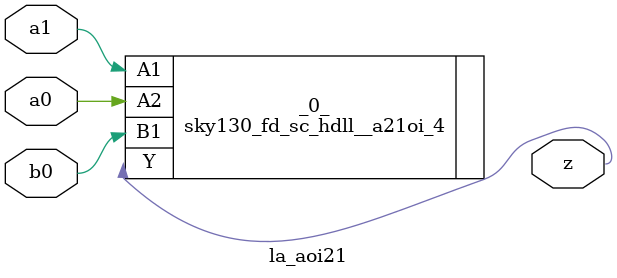
<source format=v>

/* Generated by Yosys 0.44 (git sha1 80ba43d26, g++ 11.4.0-1ubuntu1~22.04 -fPIC -O3) */

(* top =  1  *)
(* src = "generated" *)
module la_aoi21 (
    a0,
    a1,
    b0,
    z
);
  (* src = "generated" *)
  input a0;
  wire a0;
  (* src = "generated" *)
  input a1;
  wire a1;
  (* src = "generated" *)
  input b0;
  wire b0;
  (* src = "generated" *)
  output z;
  wire z;
  sky130_fd_sc_hdll__a21oi_4 _0_ (
      .A1(a1),
      .A2(a0),
      .B1(b0),
      .Y (z)
  );
endmodule

</source>
